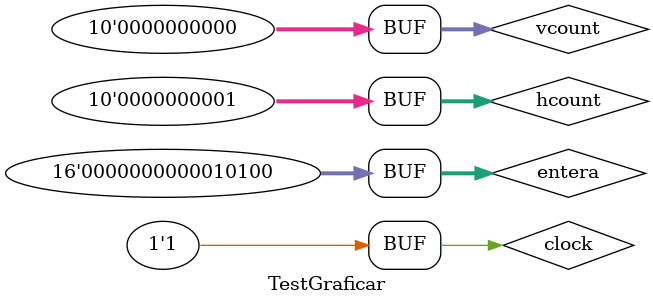
<source format=v>
`timescale 1ns / 1ps


module TestGraficar;

	// Inputs
	reg clock;
	reg [15:0] entera;
	reg [9:0] hcount;
	reg [9:0] vcount;

	// Outputs
	wire [7:0] dout;

	// Instantiate the Unit Under Test (UUT)
	graficaVelocidad uut (
		.clock(clock), 
		.entera(entera), 
		.hcount(hcount), 
		.vcount(vcount), 
		.dout(dout)
	);

	initial begin
			
		entera = 0;
		hcount = 0;
		vcount = 0;
		#100;
		entera = 20;
		hcount = 1;
	
   end
	
	always begin 
	clock = 0;#5;
	clock = 1;#5;	
	end
      
endmodule


</source>
